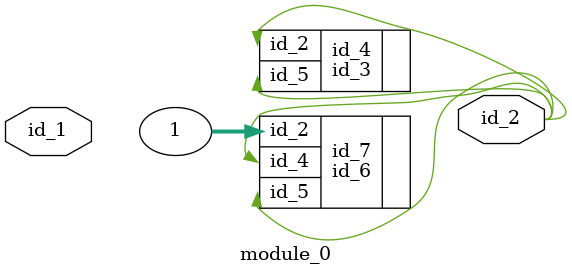
<source format=v>
module module_0 (
    id_1,
    id_2
);
  output id_2;
  input id_1;
  id_3 id_4 (
      .id_2(id_1),
      .id_2(id_2),
      .id_5(id_2)
  );
  id_6 id_7 (
      .id_4(id_1),
      .id_2(1),
      .id_5(id_5),
      .id_4(id_5),
      .id_5(id_2),
      .id_4(id_1),
      .id_4(1),
      .id_4(id_2)
  );
  specify
    (id_8[1] => id_9) = (id_8, id_2  : id_2  : id_9);
    $setup(posedge id_10, posedge id_11, id_11);
  endspecify
endmodule

</source>
